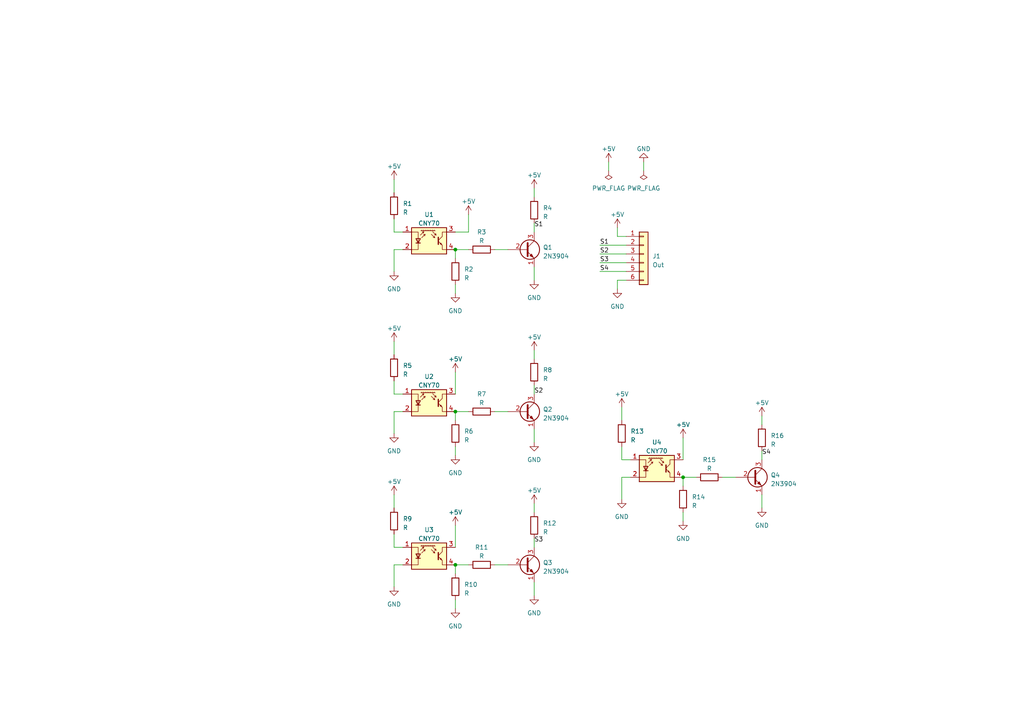
<source format=kicad_sch>
(kicad_sch (version 20230121) (generator eeschema)
  (paper "A4")
  (lib_symbols
    (symbol "Connector_Generic:Conn_01x06" (pin_names (offset 1.016) hide)
      (property "Reference" "J" (at 0 7.62 0))
      (property "Value" "Conn_01x06" (at 0 -10.16 0))
      (symbol "Conn_01x06_1_1"
        (rectangle (start -1.27 -7.493) (end 0 -7.747) (stroke (width 0.1524)))
        (rectangle (start -1.27 -4.953) (end 0 -5.207) (stroke (width 0.1524)))
        (rectangle (start -1.27 -2.413) (end 0 -2.667) (stroke (width 0.1524)))
        (rectangle (start -1.27 0.127) (end 0 -0.127) (stroke (width 0.1524)))
        (rectangle (start -1.27 2.667) (end 0 2.413) (stroke (width 0.1524)))
        (rectangle (start -1.27 5.207) (end 0 4.953) (stroke (width 0.1524)))
        (rectangle (start -1.27 6.35) (end 1.27 -8.89) (stroke (width 0.254)) (fill (type background)))
        (pin passive line (at -5.08 5.08 0) (length 3.81) (name "Pin_1") (number "1"))
        (pin passive line (at -5.08 2.54 0) (length 3.81) (name "Pin_2") (number "2"))
        (pin passive line (at -5.08 0 0) (length 3.81) (name "Pin_3") (number "3"))
        (pin passive line (at -5.08 -2.54 0) (length 3.81) (name "Pin_4") (number "4"))
        (pin passive line (at -5.08 -5.08 0) (length 3.81) (name "Pin_5") (number "5"))
        (pin passive line (at -5.08 -7.62 0) (length 3.81) (name "Pin_6") (number "6"))
      )
    )
    (symbol "Device:R" (pin_numbers hide) (pin_names (offset 0))
      (property "Reference" "R" (at 2.032 0 90))
      (property "Value" "R" (at 0 0 90))
      (symbol "R_0_1"
        (rectangle (start -1.016 -2.54) (end 1.016 2.54) (stroke (width 0.254)))
      )
      (symbol "R_1_1"
        (pin passive line (at 0 3.81 270) (length 1.27) (name "~") (number "1"))
        (pin passive line (at 0 -3.81 90) (length 1.27) (name "~") (number "2"))
      )
    )
    (symbol "Sensor_Proximity:CNY70" (pin_names (offset 1.016) hide)
      (property "Reference" "U" (at -5.08 5.08 0))
      (property "Value" "CNY70" (at 5.08 5.08 0))
      (symbol "CNY70_0_1"
        (polyline (pts (xy -3.81 -0.635) (xy -2.54 -0.635)) (stroke (width 0.254)))
        (polyline (pts (xy -2.286 2.921) (xy -2.032 3.175)))
        (polyline (pts (xy -1.778 2.921) (xy -1.524 3.175)))
        (polyline (pts (xy -1.524 2.667) (xy -1.651 2.159)))
        (polyline (pts (xy -1.27 2.921) (xy -1.016 3.175)))
        (polyline (pts (xy -1.143 1.905) (xy -1.27 1.397)))
        (polyline (pts (xy -0.762 2.921) (xy -0.508 3.175)))
        (polyline (pts (xy -0.254 2.921) (xy 0 3.175)))
        (polyline (pts (xy 0.254 2.921) (xy 0.508 3.175)))
        (polyline (pts (xy 0.762 2.921) (xy 1.016 3.175)))
        (polyline (pts (xy 1.27 2.921) (xy 1.524 3.175)))
        (polyline (pts (xy 1.651 0.889) (xy 1.143 1.016)))
        (polyline (pts (xy 1.778 2.921) (xy -2.413 2.921)))
        (polyline (pts (xy 2.032 1.651) (xy 1.524 1.778)))
        (polyline (pts (xy 2.667 -0.127) (xy 3.81 -1.27)))
        (polyline (pts (xy 2.667 0.127) (xy 3.81 1.27)))
        (polyline (pts (xy -2.54 1.651) (xy -1.524 2.667) (xy -2.032 2.54)))
        (polyline (pts (xy -2.159 0.889) (xy -1.143 1.905) (xy -1.651 1.778)))
        (polyline (pts (xy 0.635 1.905) (xy 1.651 0.889) (xy 1.524 1.397)))
        (polyline (pts (xy 1.016 2.667) (xy 2.032 1.651) (xy 1.905 2.159)))
        (polyline (pts (xy 2.667 1.016) (xy 2.667 -1.016) (xy 2.667 -1.016)) (stroke (width 0.3556)))
        (polyline (pts (xy 3.81 -1.27) (xy 3.81 -2.54) (xy 5.08 -2.54)))
        (polyline (pts (xy 3.81 1.27) (xy 3.81 2.54) (xy 5.08 2.54)))
        (polyline (pts (xy -5.08 -2.54) (xy -3.175 -2.54) (xy -3.175 2.54) (xy -5.08 2.54)))
        (polyline (pts (xy -3.175 -0.635) (xy -3.81 0.635) (xy -2.54 0.635) (xy -3.175 -0.635)) (stroke (width 0.254)))
        (polyline (pts (xy 3.683 -1.143) (xy 3.429 -0.635) (xy 3.175 -0.889) (xy 3.683 -1.143)))
        (polyline (pts (xy -5.08 -3.81) (xy 5.08 -3.81) (xy 5.08 3.81) (xy -5.08 3.81) (xy -5.08 -3.81)) (stroke (width 0.254)) (fill (type background)))
      )
      (symbol "CNY70_1_1"
        (pin passive line (at -7.62 2.54 0) (length 2.54) (name "A") (number "1"))
        (pin passive line (at -7.62 -2.54 0) (length 2.54) (name "K") (number "2"))
        (pin open_collector line (at 7.62 2.54 180) (length 2.54) (name "C") (number "3"))
        (pin open_emitter line (at 7.62 -2.54 180) (length 2.54) (name "E") (number "4"))
      )
    )
    (symbol "Transistor_BJT:2N3904" (pin_names (offset 0) hide)
      (property "Reference" "Q" (at 5.08 1.905 0))
      (property "Value" "2N3904" (at 5.08 0 0))
      (symbol "2N3904_0_1"
        (polyline (pts (xy 0.635 0.635) (xy 2.54 2.54)))
        (polyline (pts (xy 0.635 -0.635) (xy 2.54 -2.54) (xy 2.54 -2.54)))
        (polyline (pts (xy 0.635 1.905) (xy 0.635 -1.905) (xy 0.635 -1.905)) (stroke (width 0.508)))
        (polyline (pts (xy 1.27 -1.778) (xy 1.778 -1.27) (xy 2.286 -2.286) (xy 1.27 -1.778) (xy 1.27 -1.778)) (fill (type outline)))
        (circle (center 1.27 0) (radius 2.8194) (stroke (width 0.254)))
      )
      (symbol "2N3904_1_1"
        (pin passive line (at 2.54 -5.08 90) (length 2.54) (name "E") (number "1"))
        (pin passive line (at -5.08 0 0) (length 5.715) (name "B") (number "2"))
        (pin passive line (at 2.54 5.08 270) (length 2.54) (name "C") (number "3"))
      )
    )
    (symbol "power:+5V" (power) (pin_names (offset 0))
      (property "Value" "+5V" (at 0 3.556 0))
      (symbol "+5V_0_1"
        (polyline (pts (xy -0.762 1.27) (xy 0 2.54)))
        (polyline (pts (xy 0 0) (xy 0 2.54)))
        (polyline (pts (xy 0 2.54) (xy 0.762 1.27)))
      )
      (symbol "+5V_1_1"
        (pin power_in line (at 0 0 90) (length 0) hide (name "+5V") (number "1"))
      )
    )
    (symbol "power:GND" (power) (pin_names (offset 0))
      (property "Value" "GND" (at 0 -3.81 0))
      (symbol "GND_0_1"
        (polyline (pts (xy 0 0) (xy 0 -1.27) (xy 1.27 -1.27) (xy 0 -2.54) (xy -1.27 -1.27) (xy 0 -1.27)))
      )
      (symbol "GND_1_1"
        (pin power_in line (at 0 0 270) (length 0) hide (name "GND") (number "1"))
      )
    )
    (symbol "power:PWR_FLAG" (power) (pin_numbers hide) (pin_names (offset 0) hide)
      (property "Value" "PWR_FLAG" (at 0 3.81 0))
      (symbol "PWR_FLAG_0_0"
        (pin power_out line (at 0 0 90) (length 0) (name "pwr") (number "1"))
      )
      (symbol "PWR_FLAG_0_1"
        (polyline (pts (xy 0 0) (xy 0 1.27) (xy -1.016 1.905) (xy 0 2.54) (xy 1.016 1.905) (xy 0 1.27)))
      )
    )
  )
  (junction (at 198.12 138.43))
  (junction (at 132.08 72.39))
  (junction (at 132.08 119.38))
  (junction (at 132.08 163.83))
  (wire (pts (xy 116.84 158.75) (xy 114.3 158.75)))
  (wire (pts (xy 114.3 143.51) (xy 114.3 147.32)))
  (wire (pts (xy 154.94 124.46) (xy 154.94 128.27)))
  (wire (pts (xy 182.88 138.43) (xy 180.34 138.43)))
  (wire (pts (xy 154.94 54.61) (xy 154.94 57.15)))
  (wire (pts (xy 154.94 168.91) (xy 154.94 172.72)))
  (wire (pts (xy 220.98 130.81) (xy 220.98 133.35)))
  (wire (pts (xy 143.51 72.39) (xy 147.32 72.39)))
  (wire (pts (xy 116.84 163.83) (xy 114.3 163.83)))
  (wire (pts (xy 135.89 67.31) (xy 132.08 67.31)))
  (wire (pts (xy 116.84 114.3) (xy 114.3 114.3)))
  (wire (pts (xy 154.94 156.21) (xy 154.94 158.75)))
  (wire (pts (xy 181.61 68.58) (xy 179.07 68.58)))
  (wire (pts (xy 114.3 119.38) (xy 114.3 125.73)))
  (wire (pts (xy 180.34 138.43) (xy 180.34 144.78)))
  (wire (pts (xy 179.07 83.82) (xy 179.07 81.28)))
  (wire (pts (xy 179.07 81.28) (xy 181.61 81.28)))
  (wire (pts (xy 220.98 143.51) (xy 220.98 147.32)))
  (wire (pts (xy 132.08 82.55) (xy 132.08 85.09)))
  (wire (pts (xy 198.12 127) (xy 198.12 133.35)))
  (wire (pts (xy 173.99 71.12) (xy 181.61 71.12)))
  (wire (pts (xy 180.34 133.35) (xy 180.34 129.54)))
  (wire (pts (xy 116.84 72.39) (xy 114.3 72.39)))
  (wire (pts (xy 154.94 64.77) (xy 154.94 67.31)))
  (wire (pts (xy 132.08 72.39) (xy 132.08 74.93)))
  (wire (pts (xy 132.08 152.4) (xy 132.08 158.75)))
  (wire (pts (xy 198.12 138.43) (xy 201.93 138.43)))
  (wire (pts (xy 132.08 119.38) (xy 135.89 119.38)))
  (wire (pts (xy 116.84 119.38) (xy 114.3 119.38)))
  (wire (pts (xy 154.94 146.05) (xy 154.94 148.59)))
  (wire (pts (xy 143.51 163.83) (xy 147.32 163.83)))
  (wire (pts (xy 179.07 68.58) (xy 179.07 66.04)))
  (wire (pts (xy 132.08 72.39) (xy 135.89 72.39)))
  (wire (pts (xy 143.51 119.38) (xy 147.32 119.38)))
  (wire (pts (xy 135.89 62.23) (xy 135.89 67.31)))
  (wire (pts (xy 114.3 163.83) (xy 114.3 170.18)))
  (wire (pts (xy 132.08 173.99) (xy 132.08 176.53)))
  (wire (pts (xy 173.99 78.74) (xy 181.61 78.74)))
  (wire (pts (xy 132.08 107.95) (xy 132.08 114.3)))
  (wire (pts (xy 114.3 52.07) (xy 114.3 55.88)))
  (wire (pts (xy 173.99 76.2) (xy 181.61 76.2)))
  (wire (pts (xy 154.94 101.6) (xy 154.94 104.14)))
  (wire (pts (xy 220.98 120.65) (xy 220.98 123.19)))
  (wire (pts (xy 154.94 111.76) (xy 154.94 114.3)))
  (wire (pts (xy 116.84 67.31) (xy 114.3 67.31)))
  (wire (pts (xy 114.3 67.31) (xy 114.3 63.5)))
  (wire (pts (xy 114.3 158.75) (xy 114.3 154.94)))
  (wire (pts (xy 173.99 73.66) (xy 181.61 73.66)))
  (wire (pts (xy 114.3 114.3) (xy 114.3 110.49)))
  (wire (pts (xy 182.88 133.35) (xy 180.34 133.35)))
  (wire (pts (xy 114.3 72.39) (xy 114.3 78.74)))
  (wire (pts (xy 198.12 138.43) (xy 198.12 140.97)))
  (wire (pts (xy 114.3 99.06) (xy 114.3 102.87)))
  (wire (pts (xy 186.69 46.99) (xy 186.69 49.53)))
  (wire (pts (xy 132.08 129.54) (xy 132.08 132.08)))
  (wire (pts (xy 176.53 46.99) (xy 176.53 49.53)))
  (wire (pts (xy 180.34 118.11) (xy 180.34 121.92)))
  (wire (pts (xy 209.55 138.43) (xy 213.36 138.43)))
  (wire (pts (xy 132.08 163.83) (xy 132.08 166.37)))
  (wire (pts (xy 132.08 119.38) (xy 132.08 121.92)))
  (wire (pts (xy 198.12 148.59) (xy 198.12 151.13)))
  (wire (pts (xy 154.94 77.47) (xy 154.94 81.28)))
  (wire (pts (xy 132.08 163.83) (xy 135.89 163.83)))
  (label "S2" (at 173.99 73.66 0))
  (label "S1" (at 154.94 66.04 0))
  (label "S4" (at 220.98 132.08 0))
  (label "S1" (at 173.99 71.12 0))
  (label "S4" (at 173.99 78.74 0))
  (label "S3" (at 154.94 157.48 0))
  (label "S2" (at 154.94 114.3 0))
  (label "S3" (at 173.99 76.2 0))
  (symbol (lib_id "power:GND") (at 114.3 125.73 0) (unit 1)
    (property "Reference" "#PWR010" (effects hide))
    (property "Value" "GND" (at 114.3 130.81 0))
  )
  (symbol (lib_id "Device:R") (at 132.08 170.18 0) (unit 1)
    (property "Reference" "R10" (at 134.62 169.545 0) (effects (justify left)))
    (property "Value" "R" (at 134.62 172.085 0) (effects (justify left)))
    (property "Footprint" "Resistor_THT:R_Axial_DIN0207_L6.3mm_D2.5mm_P7.62mm_Horizontal" (effects hide))
  )
  (symbol (lib_id "power:PWR_FLAG") (at 176.53 49.53 180) (unit 1)
    (property "Reference" "#FLG01" (effects hide))
    (property "Value" "PWR_FLAG" (at 176.53 54.61 0))
  )
  (symbol (lib_id "power:+5V") (at 154.94 54.61 0) (unit 1)
    (property "Reference" "#PWR03" (effects hide))
    (property "Value" "+5V" (at 154.94 50.8 0))
  )
  (symbol (lib_id "power:+5V") (at 132.08 152.4 0) (unit 1)
    (property "Reference" "#PWR017" (effects hide))
    (property "Value" "+5V" (at 132.08 148.59 0))
  )
  (symbol (lib_id "Device:R") (at 180.34 125.73 0) (unit 1)
    (property "Reference" "R13" (at 182.88 125.095 0) (effects (justify left)))
    (property "Value" "R" (at 182.88 127.635 0) (effects (justify left)))
    (property "Footprint" "Resistor_THT:R_Axial_DIN0207_L6.3mm_D2.5mm_P7.62mm_Horizontal" (effects hide))
  )
  (symbol (lib_id "Sensor_Proximity:CNY70") (at 190.5 135.89 0) (unit 1)
    (property "Reference" "U4" (at 190.5 128.27 0))
    (property "Value" "CNY70" (at 190.5 130.81 0))
    (property "Footprint" "OptoDevice:Vishay_CNY70" (effects hide))
    (property "Datasheet" "https://www.vishay.com/docs/83751/cny70.pdf" (effects hide))
  )
  (symbol (lib_id "power:+5V") (at 180.34 118.11 0) (unit 1)
    (property "Reference" "#PWR021" (effects hide))
    (property "Value" "+5V" (at 180.34 114.3 0))
  )
  (symbol (lib_id "power:+5V") (at 154.94 146.05 0) (unit 1)
    (property "Reference" "#PWR019" (effects hide))
    (property "Value" "+5V" (at 154.94 142.24 0))
  )
  (symbol (lib_id "Sensor_Proximity:CNY70") (at 124.46 116.84 0) (unit 1)
    (property "Reference" "U2" (at 124.46 109.22 0))
    (property "Value" "CNY70" (at 124.46 111.76 0))
    (property "Footprint" "OptoDevice:Vishay_CNY70" (effects hide))
    (property "Datasheet" "https://www.vishay.com/docs/83751/cny70.pdf" (effects hide))
  )
  (symbol (lib_id "Device:R") (at 132.08 125.73 0) (unit 1)
    (property "Reference" "R6" (at 134.62 125.095 0) (effects (justify left)))
    (property "Value" "R" (at 134.62 127.635 0) (effects (justify left)))
    (property "Footprint" "Resistor_THT:R_Axial_DIN0207_L6.3mm_D2.5mm_P7.62mm_Horizontal" (effects hide))
  )
  (symbol (lib_id "power:+5V") (at 154.94 101.6 0) (unit 1)
    (property "Reference" "#PWR013" (effects hide))
    (property "Value" "+5V" (at 154.94 97.79 0))
  )
  (symbol (lib_id "Device:R") (at 154.94 152.4 0) (unit 1)
    (property "Reference" "R12" (at 157.48 151.765 0) (effects (justify left)))
    (property "Value" "R" (at 157.48 154.305 0) (effects (justify left)))
    (property "Footprint" "Resistor_THT:R_Axial_DIN0207_L6.3mm_D2.5mm_P7.62mm_Horizontal" (effects hide))
  )
  (symbol (lib_id "power:GND") (at 132.08 85.09 0) (unit 1)
    (property "Reference" "#PWR05" (effects hide))
    (property "Value" "GND" (at 132.08 90.17 0))
  )
  (symbol (lib_id "power:+5V") (at 114.3 99.06 0) (unit 1)
    (property "Reference" "#PWR09" (effects hide))
    (property "Value" "+5V" (at 114.3 95.25 0))
  )
  (symbol (lib_id "Transistor_BJT:2N3904") (at 152.4 119.38 0) (unit 1)
    (property "Reference" "Q2" (at 157.48 118.745 0) (effects (justify left)))
    (property "Value" "2N3904" (at 157.48 121.285 0) (effects (justify left)))
    (property "Footprint" "Package_TO_SOT_THT:TO-92_Inline_Wide" (effects hide))
    (property "Datasheet" "https://www.onsemi.com/pub/Collateral/2N3903-D.PDF" (effects hide))
  )
  (symbol (lib_id "Device:R") (at 205.74 138.43 90) (unit 1)
    (property "Reference" "R15" (at 205.74 133.35 90))
    (property "Value" "R" (at 205.74 135.89 90))
    (property "Footprint" "Resistor_THT:R_Axial_DIN0207_L6.3mm_D2.5mm_P7.62mm_Horizontal" (effects hide))
  )
  (symbol (lib_id "power:GND") (at 154.94 172.72 0) (unit 1)
    (property "Reference" "#PWR020" (effects hide))
    (property "Value" "GND" (at 154.94 177.8 0))
  )
  (symbol (lib_id "power:GND") (at 114.3 78.74 0) (unit 1)
    (property "Reference" "#PWR04" (effects hide))
    (property "Value" "GND" (at 114.3 83.82 0))
  )
  (symbol (lib_id "power:+5V") (at 114.3 52.07 0) (unit 1)
    (property "Reference" "#PWR01" (effects hide))
    (property "Value" "+5V" (at 114.3 48.26 0))
  )
  (symbol (lib_id "Transistor_BJT:2N3904") (at 152.4 163.83 0) (unit 1)
    (property "Reference" "Q3" (at 157.48 163.195 0) (effects (justify left)))
    (property "Value" "2N3904" (at 157.48 165.735 0) (effects (justify left)))
    (property "Footprint" "Package_TO_SOT_THT:TO-92_Inline_Wide" (effects hide))
    (property "Datasheet" "https://www.onsemi.com/pub/Collateral/2N3903-D.PDF" (effects hide))
  )
  (symbol (lib_id "power:GND") (at 186.69 46.99 180) (unit 1)
    (property "Reference" "#PWR08" (effects hide))
    (property "Value" "GND" (at 186.69 43.18 0))
  )
  (symbol (lib_id "power:GND") (at 132.08 132.08 0) (unit 1)
    (property "Reference" "#PWR012" (effects hide))
    (property "Value" "GND" (at 132.08 137.16 0))
  )
  (symbol (lib_id "Device:R") (at 139.7 163.83 90) (unit 1)
    (property "Reference" "R11" (at 139.7 158.75 90))
    (property "Value" "R" (at 139.7 161.29 90))
    (property "Footprint" "Resistor_THT:R_Axial_DIN0207_L6.3mm_D2.5mm_P7.62mm_Horizontal" (effects hide))
  )
  (symbol (lib_id "power:PWR_FLAG") (at 186.69 49.53 180) (unit 1)
    (property "Reference" "#FLG02" (effects hide))
    (property "Value" "PWR_FLAG" (at 186.69 54.61 0))
  )
  (symbol (lib_id "power:+5V") (at 135.89 62.23 0) (unit 1)
    (property "Reference" "#PWR02" (effects hide))
    (property "Value" "+5V" (at 135.89 58.42 0))
  )
  (symbol (lib_id "Device:R") (at 114.3 151.13 0) (unit 1)
    (property "Reference" "R9" (at 116.84 150.495 0) (effects (justify left)))
    (property "Value" "R" (at 116.84 153.035 0) (effects (justify left)))
    (property "Footprint" "Resistor_THT:R_Axial_DIN0207_L6.3mm_D2.5mm_P7.62mm_Horizontal" (effects hide))
  )
  (symbol (lib_id "power:+5V") (at 220.98 120.65 0) (unit 1)
    (property "Reference" "#PWR025" (effects hide))
    (property "Value" "+5V" (at 220.98 116.84 0))
  )
  (symbol (lib_id "power:+5V") (at 132.08 107.95 0) (unit 1)
    (property "Reference" "#PWR011" (effects hide))
    (property "Value" "+5V" (at 132.08 104.14 0))
  )
  (symbol (lib_id "Device:R") (at 114.3 59.69 0) (unit 1)
    (property "Reference" "R1" (at 116.84 59.055 0) (effects (justify left)))
    (property "Value" "R" (at 116.84 61.595 0) (effects (justify left)))
    (property "Footprint" "Resistor_THT:R_Axial_DIN0207_L6.3mm_D2.5mm_P7.62mm_Horizontal" (effects hide))
  )
  (symbol (lib_id "power:+5V") (at 114.3 143.51 0) (unit 1)
    (property "Reference" "#PWR015" (effects hide))
    (property "Value" "+5V" (at 114.3 139.7 0))
  )
  (symbol (lib_id "power:+5V") (at 176.53 46.99 0) (unit 1)
    (property "Reference" "#PWR07" (effects hide))
    (property "Value" "+5V" (at 176.53 43.18 0))
  )
  (symbol (lib_id "power:GND") (at 180.34 144.78 0) (unit 1)
    (property "Reference" "#PWR022" (effects hide))
    (property "Value" "GND" (at 180.34 149.86 0))
  )
  (symbol (lib_id "Device:R") (at 154.94 60.96 0) (unit 1)
    (property "Reference" "R4" (at 157.48 60.325 0) (effects (justify left)))
    (property "Value" "R" (at 157.48 62.865 0) (effects (justify left)))
    (property "Footprint" "Resistor_THT:R_Axial_DIN0207_L6.3mm_D2.5mm_P7.62mm_Horizontal" (effects hide))
  )
  (symbol (lib_id "Sensor_Proximity:CNY70") (at 124.46 161.29 0) (unit 1)
    (property "Reference" "U3" (at 124.46 153.67 0))
    (property "Value" "CNY70" (at 124.46 156.21 0))
    (property "Footprint" "OptoDevice:Vishay_CNY70" (effects hide))
    (property "Datasheet" "https://www.vishay.com/docs/83751/cny70.pdf" (effects hide))
  )
  (symbol (lib_id "Connector_Generic:Conn_01x06") (at 186.69 73.66 0) (unit 1)
    (property "Reference" "J1" (at 189.23 74.295 0) (effects (justify left)))
    (property "Value" "Out" (at 189.23 76.835 0) (effects (justify left)))
    (property "Footprint" "Connector_PinHeader_2.00mm:PinHeader_1x06_P2.00mm_Vertical" (effects hide))
  )
  (symbol (lib_id "Device:R") (at 154.94 107.95 0) (unit 1)
    (property "Reference" "R8" (at 157.48 107.315 0) (effects (justify left)))
    (property "Value" "R" (at 157.48 109.855 0) (effects (justify left)))
    (property "Footprint" "Resistor_THT:R_Axial_DIN0207_L6.3mm_D2.5mm_P7.62mm_Horizontal" (effects hide))
  )
  (symbol (lib_id "Device:R") (at 139.7 119.38 90) (unit 1)
    (property "Reference" "R7" (at 139.7 114.3 90))
    (property "Value" "R" (at 139.7 116.84 90))
    (property "Footprint" "Resistor_THT:R_Axial_DIN0207_L6.3mm_D2.5mm_P7.62mm_Horizontal" (effects hide))
  )
  (symbol (lib_id "Transistor_BJT:2N3904") (at 218.44 138.43 0) (unit 1)
    (property "Reference" "Q4" (at 223.52 137.795 0) (effects (justify left)))
    (property "Value" "2N3904" (at 223.52 140.335 0) (effects (justify left)))
    (property "Footprint" "Package_TO_SOT_THT:TO-92_Inline_Wide" (effects hide))
    (property "Datasheet" "https://www.onsemi.com/pub/Collateral/2N3903-D.PDF" (effects hide))
  )
  (symbol (lib_id "Device:R") (at 132.08 78.74 0) (unit 1)
    (property "Reference" "R2" (at 134.62 78.105 0) (effects (justify left)))
    (property "Value" "R" (at 134.62 80.645 0) (effects (justify left)))
    (property "Footprint" "Resistor_THT:R_Axial_DIN0207_L6.3mm_D2.5mm_P7.62mm_Horizontal" (effects hide))
  )
  (symbol (lib_id "power:GND") (at 220.98 147.32 0) (unit 1)
    (property "Reference" "#PWR026" (effects hide))
    (property "Value" "GND" (at 220.98 152.4 0))
  )
  (symbol (lib_id "Device:R") (at 114.3 106.68 0) (unit 1)
    (property "Reference" "R5" (at 116.84 106.045 0) (effects (justify left)))
    (property "Value" "R" (at 116.84 108.585 0) (effects (justify left)))
    (property "Footprint" "Resistor_THT:R_Axial_DIN0207_L6.3mm_D2.5mm_P7.62mm_Horizontal" (effects hide))
  )
  (symbol (lib_id "power:+5V") (at 179.07 66.04 0) (unit 1)
    (property "Reference" "#PWR027" (effects hide))
    (property "Value" "+5V" (at 179.07 62.23 0))
  )
  (symbol (lib_id "power:GND") (at 179.07 83.82 0) (unit 1)
    (property "Reference" "#PWR028" (effects hide))
    (property "Value" "GND" (at 179.07 88.9 0))
  )
  (symbol (lib_id "power:GND") (at 198.12 151.13 0) (unit 1)
    (property "Reference" "#PWR024" (effects hide))
    (property "Value" "GND" (at 198.12 156.21 0))
  )
  (symbol (lib_id "power:GND") (at 132.08 176.53 0) (unit 1)
    (property "Reference" "#PWR018" (effects hide))
    (property "Value" "GND" (at 132.08 181.61 0))
  )
  (symbol (lib_id "power:+5V") (at 198.12 127 0) (unit 1)
    (property "Reference" "#PWR023" (effects hide))
    (property "Value" "+5V" (at 198.12 123.19 0))
  )
  (symbol (lib_id "power:GND") (at 154.94 81.28 0) (unit 1)
    (property "Reference" "#PWR06" (effects hide))
    (property "Value" "GND" (at 154.94 86.36 0))
  )
  (symbol (lib_id "Device:R") (at 139.7 72.39 90) (unit 1)
    (property "Reference" "R3" (at 139.7 67.31 90))
    (property "Value" "R" (at 139.7 69.85 90))
    (property "Footprint" "Resistor_THT:R_Axial_DIN0207_L6.3mm_D2.5mm_P7.62mm_Horizontal" (effects hide))
  )
  (symbol (lib_id "Device:R") (at 198.12 144.78 0) (unit 1)
    (property "Reference" "R14" (at 200.66 144.145 0) (effects (justify left)))
    (property "Value" "R" (at 200.66 146.685 0) (effects (justify left)))
    (property "Footprint" "Resistor_THT:R_Axial_DIN0207_L6.3mm_D2.5mm_P7.62mm_Horizontal" (effects hide))
  )
  (symbol (lib_id "power:GND") (at 114.3 170.18 0) (unit 1)
    (property "Reference" "#PWR016" (effects hide))
    (property "Value" "GND" (at 114.3 175.26 0))
  )
  (symbol (lib_id "Device:R") (at 220.98 127 0) (unit 1)
    (property "Reference" "R16" (at 223.52 126.365 0) (effects (justify left)))
    (property "Value" "R" (at 223.52 128.905 0) (effects (justify left)))
    (property "Footprint" "Resistor_THT:R_Axial_DIN0207_L6.3mm_D2.5mm_P7.62mm_Horizontal" (effects hide))
  )
  (symbol (lib_id "Transistor_BJT:2N3904") (at 152.4 72.39 0) (unit 1)
    (property "Reference" "Q1" (at 157.48 71.755 0) (effects (justify left)))
    (property "Value" "2N3904" (at 157.48 74.295 0) (effects (justify left)))
    (property "Footprint" "Package_TO_SOT_THT:TO-92_Inline_Wide" (effects hide))
    (property "Datasheet" "https://www.onsemi.com/pub/Collateral/2N3903-D.PDF" (effects hide))
  )
  (symbol (lib_id "Sensor_Proximity:CNY70") (at 124.46 69.85 0) (unit 1)
    (property "Reference" "U1" (at 124.46 62.23 0))
    (property "Value" "CNY70" (at 124.46 64.77 0))
    (property "Footprint" "OptoDevice:Vishay_CNY70" (effects hide))
    (property "Datasheet" "https://www.vishay.com/docs/83751/cny70.pdf" (effects hide))
  )
  (symbol (lib_id "power:GND") (at 154.94 128.27 0) (unit 1)
    (property "Reference" "#PWR014" (effects hide))
    (property "Value" "GND" (at 154.94 133.35 0))
  )
)
</source>
